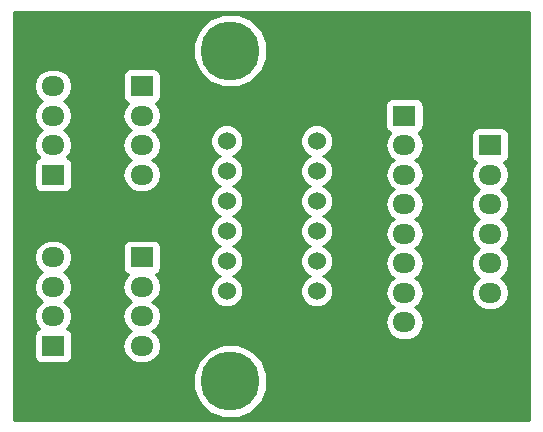
<source format=gbr>
G04 #@! TF.GenerationSoftware,KiCad,Pcbnew,(5.0.0-rc3)*
G04 #@! TF.CreationDate,2018-08-22T01:59:55-07:00*
G04 #@! TF.ProjectId,JIGU MATOME,4A494755204D41544F4D452E6B696361,rev?*
G04 #@! TF.SameCoordinates,Original*
G04 #@! TF.FileFunction,Copper,L2,Bot,Signal*
G04 #@! TF.FilePolarity,Positive*
%FSLAX46Y46*%
G04 Gerber Fmt 4.6, Leading zero omitted, Abs format (unit mm)*
G04 Created by KiCad (PCBNEW (5.0.0-rc3)) date 08/22/18 01:59:55*
%MOMM*%
%LPD*%
G01*
G04 APERTURE LIST*
G04 #@! TA.AperFunction,ComponentPad*
%ADD10C,1.524000*%
G04 #@! TD*
G04 #@! TA.AperFunction,ComponentPad*
%ADD11O,1.950000X1.700000*%
G04 #@! TD*
G04 #@! TA.AperFunction,ComponentPad*
%ADD12R,1.950000X1.700000*%
G04 #@! TD*
G04 #@! TA.AperFunction,ViaPad*
%ADD13C,5.000000*%
G04 #@! TD*
G04 #@! TA.AperFunction,NonConductor*
%ADD14C,0.254000*%
G04 #@! TD*
G04 APERTURE END LIST*
D10*
G04 #@! TO.P,U1,12*
G04 #@! TO.N,Net-(J5-Pad8)*
X146060000Y-105350000D03*
G04 #@! TO.P,U1,11*
G04 #@! TO.N,Net-(J5-Pad7)*
X146060000Y-102810000D03*
G04 #@! TO.P,U1,10*
G04 #@! TO.N,Net-(J6-Pad4)*
X146060000Y-100270000D03*
G04 #@! TO.P,U1,9*
G04 #@! TO.N,Net-(J5-Pad5)*
X146060000Y-97730000D03*
G04 #@! TO.P,U1,8*
G04 #@! TO.N,Net-(J6-Pad2)*
X146060000Y-95190000D03*
G04 #@! TO.P,U1,7*
G04 #@! TO.N,Net-(J6-Pad3)*
X146060000Y-92650000D03*
G04 #@! TO.P,U1,6*
G04 #@! TO.N,Net-(J5-Pad2)*
X138440000Y-92650000D03*
G04 #@! TO.P,U1,5*
G04 #@! TO.N,Net-(J5-Pad3)*
X138440000Y-95190000D03*
G04 #@! TO.P,U1,4*
G04 #@! TO.N,Net-(J5-Pad4)*
X138440000Y-97730000D03*
G04 #@! TO.P,U1,3*
G04 #@! TO.N,Net-(J6-Pad5)*
X138440000Y-100270000D03*
G04 #@! TO.P,U1,2*
G04 #@! TO.N,Net-(J5-Pad6)*
X138440000Y-102810000D03*
G04 #@! TO.P,U1,1*
G04 #@! TO.N,Net-(J6-Pad6)*
X138440000Y-105350000D03*
G04 #@! TD*
D11*
G04 #@! TO.P,J1,4*
G04 #@! TO.N,Net-(J1-Pad4)*
X123750000Y-88000000D03*
G04 #@! TO.P,J1,3*
G04 #@! TO.N,Net-(J1-Pad3)*
X123750000Y-90500000D03*
G04 #@! TO.P,J1,2*
G04 #@! TO.N,Net-(J1-Pad2)*
X123750000Y-93000000D03*
D12*
G04 #@! TO.P,J1,1*
G04 #@! TO.N,Net-(J1-Pad1)*
X123750000Y-95500000D03*
G04 #@! TD*
D11*
G04 #@! TO.P,J2,4*
G04 #@! TO.N,Net-(J2-Pad4)*
X123750000Y-102500000D03*
G04 #@! TO.P,J2,3*
G04 #@! TO.N,Net-(J2-Pad3)*
X123750000Y-105000000D03*
G04 #@! TO.P,J2,2*
G04 #@! TO.N,Net-(J2-Pad2)*
X123750000Y-107500000D03*
D12*
G04 #@! TO.P,J2,1*
G04 #@! TO.N,Net-(J2-Pad1)*
X123750000Y-110000000D03*
G04 #@! TD*
G04 #@! TO.P,J3,1*
G04 #@! TO.N,Net-(J1-Pad4)*
X131250000Y-88000000D03*
D11*
G04 #@! TO.P,J3,2*
G04 #@! TO.N,Net-(J1-Pad3)*
X131250000Y-90500000D03*
G04 #@! TO.P,J3,3*
G04 #@! TO.N,Net-(J1-Pad2)*
X131250000Y-93000000D03*
G04 #@! TO.P,J3,4*
G04 #@! TO.N,Net-(J1-Pad1)*
X131250000Y-95500000D03*
G04 #@! TD*
D12*
G04 #@! TO.P,J4,1*
G04 #@! TO.N,Net-(J2-Pad4)*
X131250000Y-102500000D03*
D11*
G04 #@! TO.P,J4,2*
G04 #@! TO.N,Net-(J2-Pad3)*
X131250000Y-105000000D03*
G04 #@! TO.P,J4,3*
G04 #@! TO.N,Net-(J2-Pad2)*
X131250000Y-107500000D03*
G04 #@! TO.P,J4,4*
G04 #@! TO.N,Net-(J2-Pad1)*
X131250000Y-110000000D03*
G04 #@! TD*
D12*
G04 #@! TO.P,J5,1*
G04 #@! TO.N,N/C*
X153500000Y-90500000D03*
D11*
G04 #@! TO.P,J5,2*
G04 #@! TO.N,Net-(J5-Pad2)*
X153500000Y-93000000D03*
G04 #@! TO.P,J5,3*
G04 #@! TO.N,Net-(J5-Pad3)*
X153500000Y-95500000D03*
G04 #@! TO.P,J5,4*
G04 #@! TO.N,Net-(J5-Pad4)*
X153500000Y-98000000D03*
G04 #@! TO.P,J5,5*
G04 #@! TO.N,Net-(J5-Pad5)*
X153500000Y-100500000D03*
G04 #@! TO.P,J5,6*
G04 #@! TO.N,Net-(J5-Pad6)*
X153500000Y-103000000D03*
G04 #@! TO.P,J5,7*
G04 #@! TO.N,Net-(J5-Pad7)*
X153500000Y-105500000D03*
G04 #@! TO.P,J5,8*
G04 #@! TO.N,Net-(J5-Pad8)*
X153500000Y-108000000D03*
G04 #@! TD*
D12*
G04 #@! TO.P,J6,1*
G04 #@! TO.N,N/C*
X160750000Y-93000000D03*
D11*
G04 #@! TO.P,J6,2*
G04 #@! TO.N,Net-(J6-Pad2)*
X160750000Y-95500000D03*
G04 #@! TO.P,J6,3*
G04 #@! TO.N,Net-(J6-Pad3)*
X160750000Y-98000000D03*
G04 #@! TO.P,J6,4*
G04 #@! TO.N,Net-(J6-Pad4)*
X160750000Y-100500000D03*
G04 #@! TO.P,J6,5*
G04 #@! TO.N,Net-(J6-Pad5)*
X160750000Y-103000000D03*
G04 #@! TO.P,J6,6*
G04 #@! TO.N,Net-(J6-Pad6)*
X160750000Y-105500000D03*
G04 #@! TD*
D13*
G04 #@! TO.N,*
X138750000Y-113000000D03*
X138750000Y-85000000D03*
G04 #@! TD*
D14*
G36*
X164023001Y-116298000D02*
X120477000Y-116298000D01*
X120477000Y-112378001D01*
X135623000Y-112378001D01*
X135623000Y-113621999D01*
X136099057Y-114771303D01*
X136978697Y-115650943D01*
X138128001Y-116127000D01*
X139371999Y-116127000D01*
X140521303Y-115650943D01*
X141400943Y-114771303D01*
X141877000Y-113621999D01*
X141877000Y-112378001D01*
X141400943Y-111228697D01*
X140521303Y-110349057D01*
X139371999Y-109873000D01*
X138128001Y-109873000D01*
X136978697Y-110349057D01*
X136099057Y-111228697D01*
X135623000Y-112378001D01*
X120477000Y-112378001D01*
X120477000Y-102500000D01*
X122119064Y-102500000D01*
X122233697Y-103076297D01*
X122560142Y-103564858D01*
X122837227Y-103750000D01*
X122560142Y-103935142D01*
X122233697Y-104423703D01*
X122119064Y-105000000D01*
X122233697Y-105576297D01*
X122560142Y-106064858D01*
X122837227Y-106250000D01*
X122560142Y-106435142D01*
X122233697Y-106923703D01*
X122119064Y-107500000D01*
X122233697Y-108076297D01*
X122553417Y-108554793D01*
X122530357Y-108559380D01*
X122322959Y-108697959D01*
X122184380Y-108905357D01*
X122135717Y-109150000D01*
X122135717Y-110850000D01*
X122184380Y-111094643D01*
X122322959Y-111302041D01*
X122530357Y-111440620D01*
X122775000Y-111489283D01*
X124725000Y-111489283D01*
X124969643Y-111440620D01*
X125177041Y-111302041D01*
X125315620Y-111094643D01*
X125364283Y-110850000D01*
X125364283Y-109150000D01*
X125315620Y-108905357D01*
X125177041Y-108697959D01*
X124969643Y-108559380D01*
X124946583Y-108554793D01*
X125266303Y-108076297D01*
X125380936Y-107500000D01*
X125266303Y-106923703D01*
X124939858Y-106435142D01*
X124662773Y-106250000D01*
X124939858Y-106064858D01*
X125266303Y-105576297D01*
X125380936Y-105000000D01*
X129619064Y-105000000D01*
X129733697Y-105576297D01*
X130060142Y-106064858D01*
X130337227Y-106250000D01*
X130060142Y-106435142D01*
X129733697Y-106923703D01*
X129619064Y-107500000D01*
X129733697Y-108076297D01*
X130060142Y-108564858D01*
X130337227Y-108750000D01*
X130060142Y-108935142D01*
X129733697Y-109423703D01*
X129619064Y-110000000D01*
X129733697Y-110576297D01*
X130060142Y-111064858D01*
X130548703Y-111391303D01*
X130979529Y-111477000D01*
X131520471Y-111477000D01*
X131951297Y-111391303D01*
X132439858Y-111064858D01*
X132766303Y-110576297D01*
X132880936Y-110000000D01*
X132766303Y-109423703D01*
X132439858Y-108935142D01*
X132162773Y-108750000D01*
X132439858Y-108564858D01*
X132766303Y-108076297D01*
X132880936Y-107500000D01*
X132766303Y-106923703D01*
X132439858Y-106435142D01*
X132162773Y-106250000D01*
X132439858Y-106064858D01*
X132766303Y-105576297D01*
X132880936Y-105000000D01*
X132766303Y-104423703D01*
X132446583Y-103945207D01*
X132469643Y-103940620D01*
X132677041Y-103802041D01*
X132815620Y-103594643D01*
X132864283Y-103350000D01*
X132864283Y-101650000D01*
X132815620Y-101405357D01*
X132677041Y-101197959D01*
X132469643Y-101059380D01*
X132225000Y-101010717D01*
X130275000Y-101010717D01*
X130030357Y-101059380D01*
X129822959Y-101197959D01*
X129684380Y-101405357D01*
X129635717Y-101650000D01*
X129635717Y-103350000D01*
X129684380Y-103594643D01*
X129822959Y-103802041D01*
X130030357Y-103940620D01*
X130053417Y-103945207D01*
X129733697Y-104423703D01*
X129619064Y-105000000D01*
X125380936Y-105000000D01*
X125266303Y-104423703D01*
X124939858Y-103935142D01*
X124662773Y-103750000D01*
X124939858Y-103564858D01*
X125266303Y-103076297D01*
X125380936Y-102500000D01*
X125266303Y-101923703D01*
X124939858Y-101435142D01*
X124451297Y-101108697D01*
X124020471Y-101023000D01*
X123479529Y-101023000D01*
X123048703Y-101108697D01*
X122560142Y-101435142D01*
X122233697Y-101923703D01*
X122119064Y-102500000D01*
X120477000Y-102500000D01*
X120477000Y-88000000D01*
X122119064Y-88000000D01*
X122233697Y-88576297D01*
X122560142Y-89064858D01*
X122837227Y-89250000D01*
X122560142Y-89435142D01*
X122233697Y-89923703D01*
X122119064Y-90500000D01*
X122233697Y-91076297D01*
X122560142Y-91564858D01*
X122837227Y-91750000D01*
X122560142Y-91935142D01*
X122233697Y-92423703D01*
X122119064Y-93000000D01*
X122233697Y-93576297D01*
X122553417Y-94054793D01*
X122530357Y-94059380D01*
X122322959Y-94197959D01*
X122184380Y-94405357D01*
X122135717Y-94650000D01*
X122135717Y-96350000D01*
X122184380Y-96594643D01*
X122322959Y-96802041D01*
X122530357Y-96940620D01*
X122775000Y-96989283D01*
X124725000Y-96989283D01*
X124969643Y-96940620D01*
X125177041Y-96802041D01*
X125315620Y-96594643D01*
X125364283Y-96350000D01*
X125364283Y-94650000D01*
X125315620Y-94405357D01*
X125177041Y-94197959D01*
X124969643Y-94059380D01*
X124946583Y-94054793D01*
X125266303Y-93576297D01*
X125380936Y-93000000D01*
X125266303Y-92423703D01*
X124939858Y-91935142D01*
X124662773Y-91750000D01*
X124939858Y-91564858D01*
X125266303Y-91076297D01*
X125380936Y-90500000D01*
X129619064Y-90500000D01*
X129733697Y-91076297D01*
X130060142Y-91564858D01*
X130337227Y-91750000D01*
X130060142Y-91935142D01*
X129733697Y-92423703D01*
X129619064Y-93000000D01*
X129733697Y-93576297D01*
X130060142Y-94064858D01*
X130337227Y-94250000D01*
X130060142Y-94435142D01*
X129733697Y-94923703D01*
X129619064Y-95500000D01*
X129733697Y-96076297D01*
X130060142Y-96564858D01*
X130548703Y-96891303D01*
X130979529Y-96977000D01*
X131520471Y-96977000D01*
X131951297Y-96891303D01*
X132439858Y-96564858D01*
X132766303Y-96076297D01*
X132880936Y-95500000D01*
X132766303Y-94923703D01*
X132439858Y-94435142D01*
X132162773Y-94250000D01*
X132439858Y-94064858D01*
X132766303Y-93576297D01*
X132880936Y-93000000D01*
X132766303Y-92423703D01*
X132732900Y-92373711D01*
X137051000Y-92373711D01*
X137051000Y-92926289D01*
X137262463Y-93436805D01*
X137653195Y-93827537D01*
X137876420Y-93920000D01*
X137653195Y-94012463D01*
X137262463Y-94403195D01*
X137051000Y-94913711D01*
X137051000Y-95466289D01*
X137262463Y-95976805D01*
X137653195Y-96367537D01*
X137876420Y-96460000D01*
X137653195Y-96552463D01*
X137262463Y-96943195D01*
X137051000Y-97453711D01*
X137051000Y-98006289D01*
X137262463Y-98516805D01*
X137653195Y-98907537D01*
X137876420Y-99000000D01*
X137653195Y-99092463D01*
X137262463Y-99483195D01*
X137051000Y-99993711D01*
X137051000Y-100546289D01*
X137262463Y-101056805D01*
X137653195Y-101447537D01*
X137876420Y-101540000D01*
X137653195Y-101632463D01*
X137262463Y-102023195D01*
X137051000Y-102533711D01*
X137051000Y-103086289D01*
X137262463Y-103596805D01*
X137653195Y-103987537D01*
X137876420Y-104080000D01*
X137653195Y-104172463D01*
X137262463Y-104563195D01*
X137051000Y-105073711D01*
X137051000Y-105626289D01*
X137262463Y-106136805D01*
X137653195Y-106527537D01*
X138163711Y-106739000D01*
X138716289Y-106739000D01*
X139226805Y-106527537D01*
X139617537Y-106136805D01*
X139829000Y-105626289D01*
X139829000Y-105073711D01*
X139617537Y-104563195D01*
X139226805Y-104172463D01*
X139003580Y-104080000D01*
X139226805Y-103987537D01*
X139617537Y-103596805D01*
X139829000Y-103086289D01*
X139829000Y-102533711D01*
X139617537Y-102023195D01*
X139226805Y-101632463D01*
X139003580Y-101540000D01*
X139226805Y-101447537D01*
X139617537Y-101056805D01*
X139829000Y-100546289D01*
X139829000Y-99993711D01*
X139617537Y-99483195D01*
X139226805Y-99092463D01*
X139003580Y-99000000D01*
X139226805Y-98907537D01*
X139617537Y-98516805D01*
X139829000Y-98006289D01*
X139829000Y-97453711D01*
X139617537Y-96943195D01*
X139226805Y-96552463D01*
X139003580Y-96460000D01*
X139226805Y-96367537D01*
X139617537Y-95976805D01*
X139829000Y-95466289D01*
X139829000Y-94913711D01*
X139617537Y-94403195D01*
X139226805Y-94012463D01*
X139003580Y-93920000D01*
X139226805Y-93827537D01*
X139617537Y-93436805D01*
X139829000Y-92926289D01*
X139829000Y-92373711D01*
X144671000Y-92373711D01*
X144671000Y-92926289D01*
X144882463Y-93436805D01*
X145273195Y-93827537D01*
X145496420Y-93920000D01*
X145273195Y-94012463D01*
X144882463Y-94403195D01*
X144671000Y-94913711D01*
X144671000Y-95466289D01*
X144882463Y-95976805D01*
X145273195Y-96367537D01*
X145496420Y-96460000D01*
X145273195Y-96552463D01*
X144882463Y-96943195D01*
X144671000Y-97453711D01*
X144671000Y-98006289D01*
X144882463Y-98516805D01*
X145273195Y-98907537D01*
X145496420Y-99000000D01*
X145273195Y-99092463D01*
X144882463Y-99483195D01*
X144671000Y-99993711D01*
X144671000Y-100546289D01*
X144882463Y-101056805D01*
X145273195Y-101447537D01*
X145496420Y-101540000D01*
X145273195Y-101632463D01*
X144882463Y-102023195D01*
X144671000Y-102533711D01*
X144671000Y-103086289D01*
X144882463Y-103596805D01*
X145273195Y-103987537D01*
X145496420Y-104080000D01*
X145273195Y-104172463D01*
X144882463Y-104563195D01*
X144671000Y-105073711D01*
X144671000Y-105626289D01*
X144882463Y-106136805D01*
X145273195Y-106527537D01*
X145783711Y-106739000D01*
X146336289Y-106739000D01*
X146846805Y-106527537D01*
X147237537Y-106136805D01*
X147449000Y-105626289D01*
X147449000Y-105073711D01*
X147237537Y-104563195D01*
X146846805Y-104172463D01*
X146623580Y-104080000D01*
X146846805Y-103987537D01*
X147237537Y-103596805D01*
X147449000Y-103086289D01*
X147449000Y-102533711D01*
X147237537Y-102023195D01*
X146846805Y-101632463D01*
X146623580Y-101540000D01*
X146846805Y-101447537D01*
X147237537Y-101056805D01*
X147449000Y-100546289D01*
X147449000Y-99993711D01*
X147237537Y-99483195D01*
X146846805Y-99092463D01*
X146623580Y-99000000D01*
X146846805Y-98907537D01*
X147237537Y-98516805D01*
X147449000Y-98006289D01*
X147449000Y-97453711D01*
X147237537Y-96943195D01*
X146846805Y-96552463D01*
X146623580Y-96460000D01*
X146846805Y-96367537D01*
X147237537Y-95976805D01*
X147449000Y-95466289D01*
X147449000Y-94913711D01*
X147237537Y-94403195D01*
X146846805Y-94012463D01*
X146623580Y-93920000D01*
X146846805Y-93827537D01*
X147237537Y-93436805D01*
X147418467Y-93000000D01*
X151869064Y-93000000D01*
X151983697Y-93576297D01*
X152310142Y-94064858D01*
X152587227Y-94250000D01*
X152310142Y-94435142D01*
X151983697Y-94923703D01*
X151869064Y-95500000D01*
X151983697Y-96076297D01*
X152310142Y-96564858D01*
X152587227Y-96750000D01*
X152310142Y-96935142D01*
X151983697Y-97423703D01*
X151869064Y-98000000D01*
X151983697Y-98576297D01*
X152310142Y-99064858D01*
X152587227Y-99250000D01*
X152310142Y-99435142D01*
X151983697Y-99923703D01*
X151869064Y-100500000D01*
X151983697Y-101076297D01*
X152310142Y-101564858D01*
X152587227Y-101750000D01*
X152310142Y-101935142D01*
X151983697Y-102423703D01*
X151869064Y-103000000D01*
X151983697Y-103576297D01*
X152310142Y-104064858D01*
X152587227Y-104250000D01*
X152310142Y-104435142D01*
X151983697Y-104923703D01*
X151869064Y-105500000D01*
X151983697Y-106076297D01*
X152310142Y-106564858D01*
X152587227Y-106750000D01*
X152310142Y-106935142D01*
X151983697Y-107423703D01*
X151869064Y-108000000D01*
X151983697Y-108576297D01*
X152310142Y-109064858D01*
X152798703Y-109391303D01*
X153229529Y-109477000D01*
X153770471Y-109477000D01*
X154201297Y-109391303D01*
X154689858Y-109064858D01*
X155016303Y-108576297D01*
X155130936Y-108000000D01*
X155016303Y-107423703D01*
X154689858Y-106935142D01*
X154412773Y-106750000D01*
X154689858Y-106564858D01*
X155016303Y-106076297D01*
X155130936Y-105500000D01*
X155016303Y-104923703D01*
X154689858Y-104435142D01*
X154412773Y-104250000D01*
X154689858Y-104064858D01*
X155016303Y-103576297D01*
X155130936Y-103000000D01*
X155016303Y-102423703D01*
X154689858Y-101935142D01*
X154412773Y-101750000D01*
X154689858Y-101564858D01*
X155016303Y-101076297D01*
X155130936Y-100500000D01*
X155016303Y-99923703D01*
X154689858Y-99435142D01*
X154412773Y-99250000D01*
X154689858Y-99064858D01*
X155016303Y-98576297D01*
X155130936Y-98000000D01*
X155016303Y-97423703D01*
X154689858Y-96935142D01*
X154412773Y-96750000D01*
X154689858Y-96564858D01*
X155016303Y-96076297D01*
X155130936Y-95500000D01*
X159119064Y-95500000D01*
X159233697Y-96076297D01*
X159560142Y-96564858D01*
X159837227Y-96750000D01*
X159560142Y-96935142D01*
X159233697Y-97423703D01*
X159119064Y-98000000D01*
X159233697Y-98576297D01*
X159560142Y-99064858D01*
X159837227Y-99250000D01*
X159560142Y-99435142D01*
X159233697Y-99923703D01*
X159119064Y-100500000D01*
X159233697Y-101076297D01*
X159560142Y-101564858D01*
X159837227Y-101750000D01*
X159560142Y-101935142D01*
X159233697Y-102423703D01*
X159119064Y-103000000D01*
X159233697Y-103576297D01*
X159560142Y-104064858D01*
X159837227Y-104250000D01*
X159560142Y-104435142D01*
X159233697Y-104923703D01*
X159119064Y-105500000D01*
X159233697Y-106076297D01*
X159560142Y-106564858D01*
X160048703Y-106891303D01*
X160479529Y-106977000D01*
X161020471Y-106977000D01*
X161451297Y-106891303D01*
X161939858Y-106564858D01*
X162266303Y-106076297D01*
X162380936Y-105500000D01*
X162266303Y-104923703D01*
X161939858Y-104435142D01*
X161662773Y-104250000D01*
X161939858Y-104064858D01*
X162266303Y-103576297D01*
X162380936Y-103000000D01*
X162266303Y-102423703D01*
X161939858Y-101935142D01*
X161662773Y-101750000D01*
X161939858Y-101564858D01*
X162266303Y-101076297D01*
X162380936Y-100500000D01*
X162266303Y-99923703D01*
X161939858Y-99435142D01*
X161662773Y-99250000D01*
X161939858Y-99064858D01*
X162266303Y-98576297D01*
X162380936Y-98000000D01*
X162266303Y-97423703D01*
X161939858Y-96935142D01*
X161662773Y-96750000D01*
X161939858Y-96564858D01*
X162266303Y-96076297D01*
X162380936Y-95500000D01*
X162266303Y-94923703D01*
X161946756Y-94445465D01*
X161948114Y-94444902D01*
X161969643Y-94440620D01*
X161987894Y-94428425D01*
X162084699Y-94388327D01*
X162158789Y-94314237D01*
X162177041Y-94302041D01*
X162189237Y-94283788D01*
X162263327Y-94209698D01*
X162303424Y-94112896D01*
X162315620Y-94094643D01*
X162319903Y-94073112D01*
X162360000Y-93976309D01*
X162360000Y-93871532D01*
X162364283Y-93850000D01*
X162364283Y-92150000D01*
X162360000Y-92128468D01*
X162360000Y-92023691D01*
X162319903Y-91926888D01*
X162315620Y-91905357D01*
X162303424Y-91887104D01*
X162263327Y-91790302D01*
X162189237Y-91716212D01*
X162177041Y-91697959D01*
X162158789Y-91685763D01*
X162084699Y-91611673D01*
X161987894Y-91571575D01*
X161969643Y-91559380D01*
X161948114Y-91555098D01*
X161851310Y-91515000D01*
X161746532Y-91515000D01*
X161725000Y-91510717D01*
X159775000Y-91510717D01*
X159753468Y-91515000D01*
X159648690Y-91515000D01*
X159551886Y-91555098D01*
X159530357Y-91559380D01*
X159512106Y-91571575D01*
X159415301Y-91611673D01*
X159341211Y-91685763D01*
X159322959Y-91697959D01*
X159310763Y-91716212D01*
X159236673Y-91790302D01*
X159196576Y-91887104D01*
X159184380Y-91905357D01*
X159180097Y-91926888D01*
X159140000Y-92023691D01*
X159140000Y-92128468D01*
X159135717Y-92150000D01*
X159135717Y-93850000D01*
X159140000Y-93871532D01*
X159140000Y-93976309D01*
X159180097Y-94073112D01*
X159184380Y-94094643D01*
X159196576Y-94112896D01*
X159236673Y-94209698D01*
X159310763Y-94283788D01*
X159322959Y-94302041D01*
X159341211Y-94314237D01*
X159415301Y-94388327D01*
X159512106Y-94428425D01*
X159530357Y-94440620D01*
X159551886Y-94444902D01*
X159553244Y-94445465D01*
X159233697Y-94923703D01*
X159119064Y-95500000D01*
X155130936Y-95500000D01*
X155016303Y-94923703D01*
X154689858Y-94435142D01*
X154412773Y-94250000D01*
X154689858Y-94064858D01*
X155016303Y-93576297D01*
X155130936Y-93000000D01*
X155016303Y-92423703D01*
X154696756Y-91945465D01*
X154698114Y-91944902D01*
X154719643Y-91940620D01*
X154737894Y-91928425D01*
X154834699Y-91888327D01*
X154908789Y-91814237D01*
X154927041Y-91802041D01*
X154939237Y-91783788D01*
X155013327Y-91709698D01*
X155053424Y-91612896D01*
X155065620Y-91594643D01*
X155069903Y-91573112D01*
X155110000Y-91476309D01*
X155110000Y-91371532D01*
X155114283Y-91350000D01*
X155114283Y-89650000D01*
X155110000Y-89628468D01*
X155110000Y-89523691D01*
X155069903Y-89426888D01*
X155065620Y-89405357D01*
X155053424Y-89387104D01*
X155013327Y-89290302D01*
X154939237Y-89216212D01*
X154927041Y-89197959D01*
X154908789Y-89185763D01*
X154834699Y-89111673D01*
X154737894Y-89071575D01*
X154719643Y-89059380D01*
X154698114Y-89055098D01*
X154601310Y-89015000D01*
X154496532Y-89015000D01*
X154475000Y-89010717D01*
X152525000Y-89010717D01*
X152503468Y-89015000D01*
X152398690Y-89015000D01*
X152301886Y-89055098D01*
X152280357Y-89059380D01*
X152262106Y-89071575D01*
X152165301Y-89111673D01*
X152091211Y-89185763D01*
X152072959Y-89197959D01*
X152060763Y-89216212D01*
X151986673Y-89290302D01*
X151946576Y-89387104D01*
X151934380Y-89405357D01*
X151930097Y-89426888D01*
X151890000Y-89523691D01*
X151890000Y-89628468D01*
X151885717Y-89650000D01*
X151885717Y-91350000D01*
X151890000Y-91371532D01*
X151890000Y-91476309D01*
X151930097Y-91573112D01*
X151934380Y-91594643D01*
X151946576Y-91612896D01*
X151986673Y-91709698D01*
X152060763Y-91783788D01*
X152072959Y-91802041D01*
X152091211Y-91814237D01*
X152165301Y-91888327D01*
X152262106Y-91928425D01*
X152280357Y-91940620D01*
X152301886Y-91944902D01*
X152303244Y-91945465D01*
X151983697Y-92423703D01*
X151869064Y-93000000D01*
X147418467Y-93000000D01*
X147449000Y-92926289D01*
X147449000Y-92373711D01*
X147237537Y-91863195D01*
X146846805Y-91472463D01*
X146336289Y-91261000D01*
X145783711Y-91261000D01*
X145273195Y-91472463D01*
X144882463Y-91863195D01*
X144671000Y-92373711D01*
X139829000Y-92373711D01*
X139617537Y-91863195D01*
X139226805Y-91472463D01*
X138716289Y-91261000D01*
X138163711Y-91261000D01*
X137653195Y-91472463D01*
X137262463Y-91863195D01*
X137051000Y-92373711D01*
X132732900Y-92373711D01*
X132439858Y-91935142D01*
X132162773Y-91750000D01*
X132439858Y-91564858D01*
X132766303Y-91076297D01*
X132880936Y-90500000D01*
X132766303Y-89923703D01*
X132446583Y-89445207D01*
X132469643Y-89440620D01*
X132677041Y-89302041D01*
X132815620Y-89094643D01*
X132864283Y-88850000D01*
X132864283Y-87150000D01*
X132815620Y-86905357D01*
X132677041Y-86697959D01*
X132469643Y-86559380D01*
X132225000Y-86510717D01*
X130275000Y-86510717D01*
X130030357Y-86559380D01*
X129822959Y-86697959D01*
X129684380Y-86905357D01*
X129635717Y-87150000D01*
X129635717Y-88850000D01*
X129684380Y-89094643D01*
X129822959Y-89302041D01*
X130030357Y-89440620D01*
X130053417Y-89445207D01*
X129733697Y-89923703D01*
X129619064Y-90500000D01*
X125380936Y-90500000D01*
X125266303Y-89923703D01*
X124939858Y-89435142D01*
X124662773Y-89250000D01*
X124939858Y-89064858D01*
X125266303Y-88576297D01*
X125380936Y-88000000D01*
X125266303Y-87423703D01*
X124939858Y-86935142D01*
X124451297Y-86608697D01*
X124020471Y-86523000D01*
X123479529Y-86523000D01*
X123048703Y-86608697D01*
X122560142Y-86935142D01*
X122233697Y-87423703D01*
X122119064Y-88000000D01*
X120477000Y-88000000D01*
X120477000Y-84378001D01*
X135623000Y-84378001D01*
X135623000Y-85621999D01*
X136099057Y-86771303D01*
X136978697Y-87650943D01*
X138128001Y-88127000D01*
X139371999Y-88127000D01*
X140521303Y-87650943D01*
X141400943Y-86771303D01*
X141877000Y-85621999D01*
X141877000Y-84378001D01*
X141400943Y-83228697D01*
X140521303Y-82349057D01*
X139371999Y-81873000D01*
X138128001Y-81873000D01*
X136978697Y-82349057D01*
X136099057Y-83228697D01*
X135623000Y-84378001D01*
X120477000Y-84378001D01*
X120477000Y-81727000D01*
X164023000Y-81727000D01*
X164023001Y-116298000D01*
X164023001Y-116298000D01*
G37*
X164023001Y-116298000D02*
X120477000Y-116298000D01*
X120477000Y-112378001D01*
X135623000Y-112378001D01*
X135623000Y-113621999D01*
X136099057Y-114771303D01*
X136978697Y-115650943D01*
X138128001Y-116127000D01*
X139371999Y-116127000D01*
X140521303Y-115650943D01*
X141400943Y-114771303D01*
X141877000Y-113621999D01*
X141877000Y-112378001D01*
X141400943Y-111228697D01*
X140521303Y-110349057D01*
X139371999Y-109873000D01*
X138128001Y-109873000D01*
X136978697Y-110349057D01*
X136099057Y-111228697D01*
X135623000Y-112378001D01*
X120477000Y-112378001D01*
X120477000Y-102500000D01*
X122119064Y-102500000D01*
X122233697Y-103076297D01*
X122560142Y-103564858D01*
X122837227Y-103750000D01*
X122560142Y-103935142D01*
X122233697Y-104423703D01*
X122119064Y-105000000D01*
X122233697Y-105576297D01*
X122560142Y-106064858D01*
X122837227Y-106250000D01*
X122560142Y-106435142D01*
X122233697Y-106923703D01*
X122119064Y-107500000D01*
X122233697Y-108076297D01*
X122553417Y-108554793D01*
X122530357Y-108559380D01*
X122322959Y-108697959D01*
X122184380Y-108905357D01*
X122135717Y-109150000D01*
X122135717Y-110850000D01*
X122184380Y-111094643D01*
X122322959Y-111302041D01*
X122530357Y-111440620D01*
X122775000Y-111489283D01*
X124725000Y-111489283D01*
X124969643Y-111440620D01*
X125177041Y-111302041D01*
X125315620Y-111094643D01*
X125364283Y-110850000D01*
X125364283Y-109150000D01*
X125315620Y-108905357D01*
X125177041Y-108697959D01*
X124969643Y-108559380D01*
X124946583Y-108554793D01*
X125266303Y-108076297D01*
X125380936Y-107500000D01*
X125266303Y-106923703D01*
X124939858Y-106435142D01*
X124662773Y-106250000D01*
X124939858Y-106064858D01*
X125266303Y-105576297D01*
X125380936Y-105000000D01*
X129619064Y-105000000D01*
X129733697Y-105576297D01*
X130060142Y-106064858D01*
X130337227Y-106250000D01*
X130060142Y-106435142D01*
X129733697Y-106923703D01*
X129619064Y-107500000D01*
X129733697Y-108076297D01*
X130060142Y-108564858D01*
X130337227Y-108750000D01*
X130060142Y-108935142D01*
X129733697Y-109423703D01*
X129619064Y-110000000D01*
X129733697Y-110576297D01*
X130060142Y-111064858D01*
X130548703Y-111391303D01*
X130979529Y-111477000D01*
X131520471Y-111477000D01*
X131951297Y-111391303D01*
X132439858Y-111064858D01*
X132766303Y-110576297D01*
X132880936Y-110000000D01*
X132766303Y-109423703D01*
X132439858Y-108935142D01*
X132162773Y-108750000D01*
X132439858Y-108564858D01*
X132766303Y-108076297D01*
X132880936Y-107500000D01*
X132766303Y-106923703D01*
X132439858Y-106435142D01*
X132162773Y-106250000D01*
X132439858Y-106064858D01*
X132766303Y-105576297D01*
X132880936Y-105000000D01*
X132766303Y-104423703D01*
X132446583Y-103945207D01*
X132469643Y-103940620D01*
X132677041Y-103802041D01*
X132815620Y-103594643D01*
X132864283Y-103350000D01*
X132864283Y-101650000D01*
X132815620Y-101405357D01*
X132677041Y-101197959D01*
X132469643Y-101059380D01*
X132225000Y-101010717D01*
X130275000Y-101010717D01*
X130030357Y-101059380D01*
X129822959Y-101197959D01*
X129684380Y-101405357D01*
X129635717Y-101650000D01*
X129635717Y-103350000D01*
X129684380Y-103594643D01*
X129822959Y-103802041D01*
X130030357Y-103940620D01*
X130053417Y-103945207D01*
X129733697Y-104423703D01*
X129619064Y-105000000D01*
X125380936Y-105000000D01*
X125266303Y-104423703D01*
X124939858Y-103935142D01*
X124662773Y-103750000D01*
X124939858Y-103564858D01*
X125266303Y-103076297D01*
X125380936Y-102500000D01*
X125266303Y-101923703D01*
X124939858Y-101435142D01*
X124451297Y-101108697D01*
X124020471Y-101023000D01*
X123479529Y-101023000D01*
X123048703Y-101108697D01*
X122560142Y-101435142D01*
X122233697Y-101923703D01*
X122119064Y-102500000D01*
X120477000Y-102500000D01*
X120477000Y-88000000D01*
X122119064Y-88000000D01*
X122233697Y-88576297D01*
X122560142Y-89064858D01*
X122837227Y-89250000D01*
X122560142Y-89435142D01*
X122233697Y-89923703D01*
X122119064Y-90500000D01*
X122233697Y-91076297D01*
X122560142Y-91564858D01*
X122837227Y-91750000D01*
X122560142Y-91935142D01*
X122233697Y-92423703D01*
X122119064Y-93000000D01*
X122233697Y-93576297D01*
X122553417Y-94054793D01*
X122530357Y-94059380D01*
X122322959Y-94197959D01*
X122184380Y-94405357D01*
X122135717Y-94650000D01*
X122135717Y-96350000D01*
X122184380Y-96594643D01*
X122322959Y-96802041D01*
X122530357Y-96940620D01*
X122775000Y-96989283D01*
X124725000Y-96989283D01*
X124969643Y-96940620D01*
X125177041Y-96802041D01*
X125315620Y-96594643D01*
X125364283Y-96350000D01*
X125364283Y-94650000D01*
X125315620Y-94405357D01*
X125177041Y-94197959D01*
X124969643Y-94059380D01*
X124946583Y-94054793D01*
X125266303Y-93576297D01*
X125380936Y-93000000D01*
X125266303Y-92423703D01*
X124939858Y-91935142D01*
X124662773Y-91750000D01*
X124939858Y-91564858D01*
X125266303Y-91076297D01*
X125380936Y-90500000D01*
X129619064Y-90500000D01*
X129733697Y-91076297D01*
X130060142Y-91564858D01*
X130337227Y-91750000D01*
X130060142Y-91935142D01*
X129733697Y-92423703D01*
X129619064Y-93000000D01*
X129733697Y-93576297D01*
X130060142Y-94064858D01*
X130337227Y-94250000D01*
X130060142Y-94435142D01*
X129733697Y-94923703D01*
X129619064Y-95500000D01*
X129733697Y-96076297D01*
X130060142Y-96564858D01*
X130548703Y-96891303D01*
X130979529Y-96977000D01*
X131520471Y-96977000D01*
X131951297Y-96891303D01*
X132439858Y-96564858D01*
X132766303Y-96076297D01*
X132880936Y-95500000D01*
X132766303Y-94923703D01*
X132439858Y-94435142D01*
X132162773Y-94250000D01*
X132439858Y-94064858D01*
X132766303Y-93576297D01*
X132880936Y-93000000D01*
X132766303Y-92423703D01*
X132732900Y-92373711D01*
X137051000Y-92373711D01*
X137051000Y-92926289D01*
X137262463Y-93436805D01*
X137653195Y-93827537D01*
X137876420Y-93920000D01*
X137653195Y-94012463D01*
X137262463Y-94403195D01*
X137051000Y-94913711D01*
X137051000Y-95466289D01*
X137262463Y-95976805D01*
X137653195Y-96367537D01*
X137876420Y-96460000D01*
X137653195Y-96552463D01*
X137262463Y-96943195D01*
X137051000Y-97453711D01*
X137051000Y-98006289D01*
X137262463Y-98516805D01*
X137653195Y-98907537D01*
X137876420Y-99000000D01*
X137653195Y-99092463D01*
X137262463Y-99483195D01*
X137051000Y-99993711D01*
X137051000Y-100546289D01*
X137262463Y-101056805D01*
X137653195Y-101447537D01*
X137876420Y-101540000D01*
X137653195Y-101632463D01*
X137262463Y-102023195D01*
X137051000Y-102533711D01*
X137051000Y-103086289D01*
X137262463Y-103596805D01*
X137653195Y-103987537D01*
X137876420Y-104080000D01*
X137653195Y-104172463D01*
X137262463Y-104563195D01*
X137051000Y-105073711D01*
X137051000Y-105626289D01*
X137262463Y-106136805D01*
X137653195Y-106527537D01*
X138163711Y-106739000D01*
X138716289Y-106739000D01*
X139226805Y-106527537D01*
X139617537Y-106136805D01*
X139829000Y-105626289D01*
X139829000Y-105073711D01*
X139617537Y-104563195D01*
X139226805Y-104172463D01*
X139003580Y-104080000D01*
X139226805Y-103987537D01*
X139617537Y-103596805D01*
X139829000Y-103086289D01*
X139829000Y-102533711D01*
X139617537Y-102023195D01*
X139226805Y-101632463D01*
X139003580Y-101540000D01*
X139226805Y-101447537D01*
X139617537Y-101056805D01*
X139829000Y-100546289D01*
X139829000Y-99993711D01*
X139617537Y-99483195D01*
X139226805Y-99092463D01*
X139003580Y-99000000D01*
X139226805Y-98907537D01*
X139617537Y-98516805D01*
X139829000Y-98006289D01*
X139829000Y-97453711D01*
X139617537Y-96943195D01*
X139226805Y-96552463D01*
X139003580Y-96460000D01*
X139226805Y-96367537D01*
X139617537Y-95976805D01*
X139829000Y-95466289D01*
X139829000Y-94913711D01*
X139617537Y-94403195D01*
X139226805Y-94012463D01*
X139003580Y-93920000D01*
X139226805Y-93827537D01*
X139617537Y-93436805D01*
X139829000Y-92926289D01*
X139829000Y-92373711D01*
X144671000Y-92373711D01*
X144671000Y-92926289D01*
X144882463Y-93436805D01*
X145273195Y-93827537D01*
X145496420Y-93920000D01*
X145273195Y-94012463D01*
X144882463Y-94403195D01*
X144671000Y-94913711D01*
X144671000Y-95466289D01*
X144882463Y-95976805D01*
X145273195Y-96367537D01*
X145496420Y-96460000D01*
X145273195Y-96552463D01*
X144882463Y-96943195D01*
X144671000Y-97453711D01*
X144671000Y-98006289D01*
X144882463Y-98516805D01*
X145273195Y-98907537D01*
X145496420Y-99000000D01*
X145273195Y-99092463D01*
X144882463Y-99483195D01*
X144671000Y-99993711D01*
X144671000Y-100546289D01*
X144882463Y-101056805D01*
X145273195Y-101447537D01*
X145496420Y-101540000D01*
X145273195Y-101632463D01*
X144882463Y-102023195D01*
X144671000Y-102533711D01*
X144671000Y-103086289D01*
X144882463Y-103596805D01*
X145273195Y-103987537D01*
X145496420Y-104080000D01*
X145273195Y-104172463D01*
X144882463Y-104563195D01*
X144671000Y-105073711D01*
X144671000Y-105626289D01*
X144882463Y-106136805D01*
X145273195Y-106527537D01*
X145783711Y-106739000D01*
X146336289Y-106739000D01*
X146846805Y-106527537D01*
X147237537Y-106136805D01*
X147449000Y-105626289D01*
X147449000Y-105073711D01*
X147237537Y-104563195D01*
X146846805Y-104172463D01*
X146623580Y-104080000D01*
X146846805Y-103987537D01*
X147237537Y-103596805D01*
X147449000Y-103086289D01*
X147449000Y-102533711D01*
X147237537Y-102023195D01*
X146846805Y-101632463D01*
X146623580Y-101540000D01*
X146846805Y-101447537D01*
X147237537Y-101056805D01*
X147449000Y-100546289D01*
X147449000Y-99993711D01*
X147237537Y-99483195D01*
X146846805Y-99092463D01*
X146623580Y-99000000D01*
X146846805Y-98907537D01*
X147237537Y-98516805D01*
X147449000Y-98006289D01*
X147449000Y-97453711D01*
X147237537Y-96943195D01*
X146846805Y-96552463D01*
X146623580Y-96460000D01*
X146846805Y-96367537D01*
X147237537Y-95976805D01*
X147449000Y-95466289D01*
X147449000Y-94913711D01*
X147237537Y-94403195D01*
X146846805Y-94012463D01*
X146623580Y-93920000D01*
X146846805Y-93827537D01*
X147237537Y-93436805D01*
X147418467Y-93000000D01*
X151869064Y-93000000D01*
X151983697Y-93576297D01*
X152310142Y-94064858D01*
X152587227Y-94250000D01*
X152310142Y-94435142D01*
X151983697Y-94923703D01*
X151869064Y-95500000D01*
X151983697Y-96076297D01*
X152310142Y-96564858D01*
X152587227Y-96750000D01*
X152310142Y-96935142D01*
X151983697Y-97423703D01*
X151869064Y-98000000D01*
X151983697Y-98576297D01*
X152310142Y-99064858D01*
X152587227Y-99250000D01*
X152310142Y-99435142D01*
X151983697Y-99923703D01*
X151869064Y-100500000D01*
X151983697Y-101076297D01*
X152310142Y-101564858D01*
X152587227Y-101750000D01*
X152310142Y-101935142D01*
X151983697Y-102423703D01*
X151869064Y-103000000D01*
X151983697Y-103576297D01*
X152310142Y-104064858D01*
X152587227Y-104250000D01*
X152310142Y-104435142D01*
X151983697Y-104923703D01*
X151869064Y-105500000D01*
X151983697Y-106076297D01*
X152310142Y-106564858D01*
X152587227Y-106750000D01*
X152310142Y-106935142D01*
X151983697Y-107423703D01*
X151869064Y-108000000D01*
X151983697Y-108576297D01*
X152310142Y-109064858D01*
X152798703Y-109391303D01*
X153229529Y-109477000D01*
X153770471Y-109477000D01*
X154201297Y-109391303D01*
X154689858Y-109064858D01*
X155016303Y-108576297D01*
X155130936Y-108000000D01*
X155016303Y-107423703D01*
X154689858Y-106935142D01*
X154412773Y-106750000D01*
X154689858Y-106564858D01*
X155016303Y-106076297D01*
X155130936Y-105500000D01*
X155016303Y-104923703D01*
X154689858Y-104435142D01*
X154412773Y-104250000D01*
X154689858Y-104064858D01*
X155016303Y-103576297D01*
X155130936Y-103000000D01*
X155016303Y-102423703D01*
X154689858Y-101935142D01*
X154412773Y-101750000D01*
X154689858Y-101564858D01*
X155016303Y-101076297D01*
X155130936Y-100500000D01*
X155016303Y-99923703D01*
X154689858Y-99435142D01*
X154412773Y-99250000D01*
X154689858Y-99064858D01*
X155016303Y-98576297D01*
X155130936Y-98000000D01*
X155016303Y-97423703D01*
X154689858Y-96935142D01*
X154412773Y-96750000D01*
X154689858Y-96564858D01*
X155016303Y-96076297D01*
X155130936Y-95500000D01*
X159119064Y-95500000D01*
X159233697Y-96076297D01*
X159560142Y-96564858D01*
X159837227Y-96750000D01*
X159560142Y-96935142D01*
X159233697Y-97423703D01*
X159119064Y-98000000D01*
X159233697Y-98576297D01*
X159560142Y-99064858D01*
X159837227Y-99250000D01*
X159560142Y-99435142D01*
X159233697Y-99923703D01*
X159119064Y-100500000D01*
X159233697Y-101076297D01*
X159560142Y-101564858D01*
X159837227Y-101750000D01*
X159560142Y-101935142D01*
X159233697Y-102423703D01*
X159119064Y-103000000D01*
X159233697Y-103576297D01*
X159560142Y-104064858D01*
X159837227Y-104250000D01*
X159560142Y-104435142D01*
X159233697Y-104923703D01*
X159119064Y-105500000D01*
X159233697Y-106076297D01*
X159560142Y-106564858D01*
X160048703Y-106891303D01*
X160479529Y-106977000D01*
X161020471Y-106977000D01*
X161451297Y-106891303D01*
X161939858Y-106564858D01*
X162266303Y-106076297D01*
X162380936Y-105500000D01*
X162266303Y-104923703D01*
X161939858Y-104435142D01*
X161662773Y-104250000D01*
X161939858Y-104064858D01*
X162266303Y-103576297D01*
X162380936Y-103000000D01*
X162266303Y-102423703D01*
X161939858Y-101935142D01*
X161662773Y-101750000D01*
X161939858Y-101564858D01*
X162266303Y-101076297D01*
X162380936Y-100500000D01*
X162266303Y-99923703D01*
X161939858Y-99435142D01*
X161662773Y-99250000D01*
X161939858Y-99064858D01*
X162266303Y-98576297D01*
X162380936Y-98000000D01*
X162266303Y-97423703D01*
X161939858Y-96935142D01*
X161662773Y-96750000D01*
X161939858Y-96564858D01*
X162266303Y-96076297D01*
X162380936Y-95500000D01*
X162266303Y-94923703D01*
X161946756Y-94445465D01*
X161948114Y-94444902D01*
X161969643Y-94440620D01*
X161987894Y-94428425D01*
X162084699Y-94388327D01*
X162158789Y-94314237D01*
X162177041Y-94302041D01*
X162189237Y-94283788D01*
X162263327Y-94209698D01*
X162303424Y-94112896D01*
X162315620Y-94094643D01*
X162319903Y-94073112D01*
X162360000Y-93976309D01*
X162360000Y-93871532D01*
X162364283Y-93850000D01*
X162364283Y-92150000D01*
X162360000Y-92128468D01*
X162360000Y-92023691D01*
X162319903Y-91926888D01*
X162315620Y-91905357D01*
X162303424Y-91887104D01*
X162263327Y-91790302D01*
X162189237Y-91716212D01*
X162177041Y-91697959D01*
X162158789Y-91685763D01*
X162084699Y-91611673D01*
X161987894Y-91571575D01*
X161969643Y-91559380D01*
X161948114Y-91555098D01*
X161851310Y-91515000D01*
X161746532Y-91515000D01*
X161725000Y-91510717D01*
X159775000Y-91510717D01*
X159753468Y-91515000D01*
X159648690Y-91515000D01*
X159551886Y-91555098D01*
X159530357Y-91559380D01*
X159512106Y-91571575D01*
X159415301Y-91611673D01*
X159341211Y-91685763D01*
X159322959Y-91697959D01*
X159310763Y-91716212D01*
X159236673Y-91790302D01*
X159196576Y-91887104D01*
X159184380Y-91905357D01*
X159180097Y-91926888D01*
X159140000Y-92023691D01*
X159140000Y-92128468D01*
X159135717Y-92150000D01*
X159135717Y-93850000D01*
X159140000Y-93871532D01*
X159140000Y-93976309D01*
X159180097Y-94073112D01*
X159184380Y-94094643D01*
X159196576Y-94112896D01*
X159236673Y-94209698D01*
X159310763Y-94283788D01*
X159322959Y-94302041D01*
X159341211Y-94314237D01*
X159415301Y-94388327D01*
X159512106Y-94428425D01*
X159530357Y-94440620D01*
X159551886Y-94444902D01*
X159553244Y-94445465D01*
X159233697Y-94923703D01*
X159119064Y-95500000D01*
X155130936Y-95500000D01*
X155016303Y-94923703D01*
X154689858Y-94435142D01*
X154412773Y-94250000D01*
X154689858Y-94064858D01*
X155016303Y-93576297D01*
X155130936Y-93000000D01*
X155016303Y-92423703D01*
X154696756Y-91945465D01*
X154698114Y-91944902D01*
X154719643Y-91940620D01*
X154737894Y-91928425D01*
X154834699Y-91888327D01*
X154908789Y-91814237D01*
X154927041Y-91802041D01*
X154939237Y-91783788D01*
X155013327Y-91709698D01*
X155053424Y-91612896D01*
X155065620Y-91594643D01*
X155069903Y-91573112D01*
X155110000Y-91476309D01*
X155110000Y-91371532D01*
X155114283Y-91350000D01*
X155114283Y-89650000D01*
X155110000Y-89628468D01*
X155110000Y-89523691D01*
X155069903Y-89426888D01*
X155065620Y-89405357D01*
X155053424Y-89387104D01*
X155013327Y-89290302D01*
X154939237Y-89216212D01*
X154927041Y-89197959D01*
X154908789Y-89185763D01*
X154834699Y-89111673D01*
X154737894Y-89071575D01*
X154719643Y-89059380D01*
X154698114Y-89055098D01*
X154601310Y-89015000D01*
X154496532Y-89015000D01*
X154475000Y-89010717D01*
X152525000Y-89010717D01*
X152503468Y-89015000D01*
X152398690Y-89015000D01*
X152301886Y-89055098D01*
X152280357Y-89059380D01*
X152262106Y-89071575D01*
X152165301Y-89111673D01*
X152091211Y-89185763D01*
X152072959Y-89197959D01*
X152060763Y-89216212D01*
X151986673Y-89290302D01*
X151946576Y-89387104D01*
X151934380Y-89405357D01*
X151930097Y-89426888D01*
X151890000Y-89523691D01*
X151890000Y-89628468D01*
X151885717Y-89650000D01*
X151885717Y-91350000D01*
X151890000Y-91371532D01*
X151890000Y-91476309D01*
X151930097Y-91573112D01*
X151934380Y-91594643D01*
X151946576Y-91612896D01*
X151986673Y-91709698D01*
X152060763Y-91783788D01*
X152072959Y-91802041D01*
X152091211Y-91814237D01*
X152165301Y-91888327D01*
X152262106Y-91928425D01*
X152280357Y-91940620D01*
X152301886Y-91944902D01*
X152303244Y-91945465D01*
X151983697Y-92423703D01*
X151869064Y-93000000D01*
X147418467Y-93000000D01*
X147449000Y-92926289D01*
X147449000Y-92373711D01*
X147237537Y-91863195D01*
X146846805Y-91472463D01*
X146336289Y-91261000D01*
X145783711Y-91261000D01*
X145273195Y-91472463D01*
X144882463Y-91863195D01*
X144671000Y-92373711D01*
X139829000Y-92373711D01*
X139617537Y-91863195D01*
X139226805Y-91472463D01*
X138716289Y-91261000D01*
X138163711Y-91261000D01*
X137653195Y-91472463D01*
X137262463Y-91863195D01*
X137051000Y-92373711D01*
X132732900Y-92373711D01*
X132439858Y-91935142D01*
X132162773Y-91750000D01*
X132439858Y-91564858D01*
X132766303Y-91076297D01*
X132880936Y-90500000D01*
X132766303Y-89923703D01*
X132446583Y-89445207D01*
X132469643Y-89440620D01*
X132677041Y-89302041D01*
X132815620Y-89094643D01*
X132864283Y-88850000D01*
X132864283Y-87150000D01*
X132815620Y-86905357D01*
X132677041Y-86697959D01*
X132469643Y-86559380D01*
X132225000Y-86510717D01*
X130275000Y-86510717D01*
X130030357Y-86559380D01*
X129822959Y-86697959D01*
X129684380Y-86905357D01*
X129635717Y-87150000D01*
X129635717Y-88850000D01*
X129684380Y-89094643D01*
X129822959Y-89302041D01*
X130030357Y-89440620D01*
X130053417Y-89445207D01*
X129733697Y-89923703D01*
X129619064Y-90500000D01*
X125380936Y-90500000D01*
X125266303Y-89923703D01*
X124939858Y-89435142D01*
X124662773Y-89250000D01*
X124939858Y-89064858D01*
X125266303Y-88576297D01*
X125380936Y-88000000D01*
X125266303Y-87423703D01*
X124939858Y-86935142D01*
X124451297Y-86608697D01*
X124020471Y-86523000D01*
X123479529Y-86523000D01*
X123048703Y-86608697D01*
X122560142Y-86935142D01*
X122233697Y-87423703D01*
X122119064Y-88000000D01*
X120477000Y-88000000D01*
X120477000Y-84378001D01*
X135623000Y-84378001D01*
X135623000Y-85621999D01*
X136099057Y-86771303D01*
X136978697Y-87650943D01*
X138128001Y-88127000D01*
X139371999Y-88127000D01*
X140521303Y-87650943D01*
X141400943Y-86771303D01*
X141877000Y-85621999D01*
X141877000Y-84378001D01*
X141400943Y-83228697D01*
X140521303Y-82349057D01*
X139371999Y-81873000D01*
X138128001Y-81873000D01*
X136978697Y-82349057D01*
X136099057Y-83228697D01*
X135623000Y-84378001D01*
X120477000Y-84378001D01*
X120477000Y-81727000D01*
X164023000Y-81727000D01*
X164023001Y-116298000D01*
M02*

</source>
